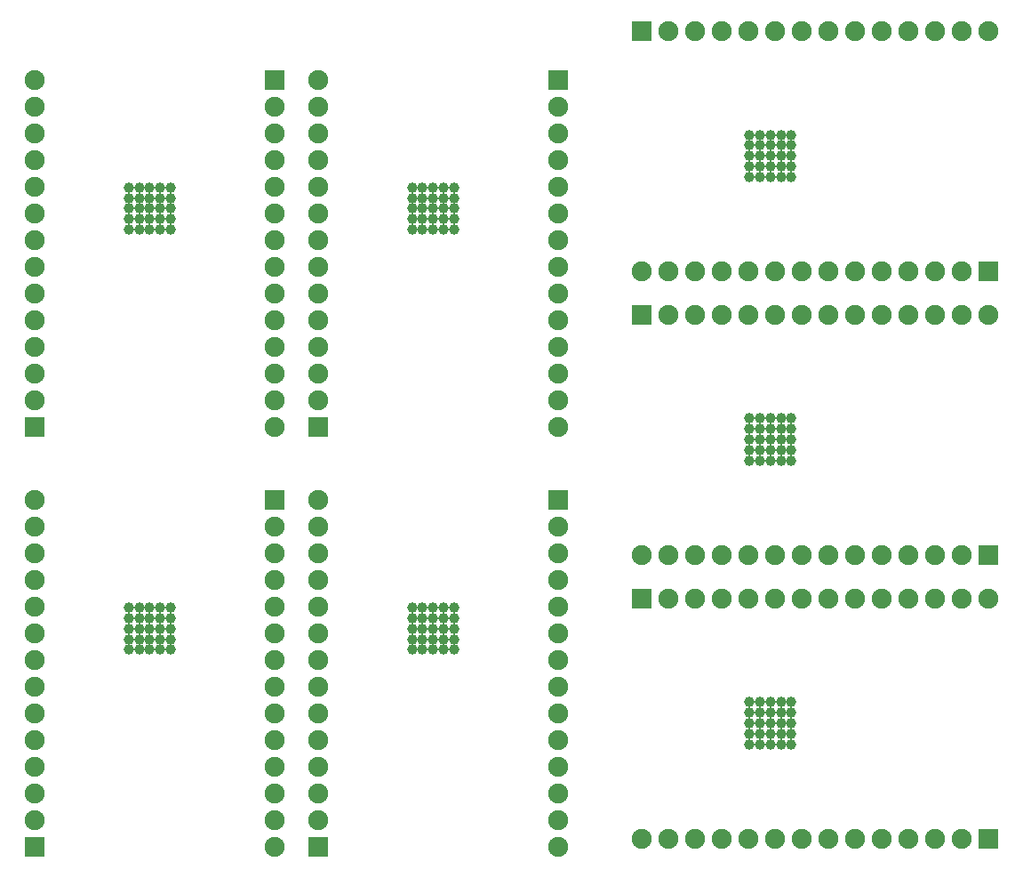
<source format=gbs>
G04 #@! TF.GenerationSoftware,KiCad,Pcbnew,no-vcs-found-91ed3e2~59~ubuntu16.04.1*
G04 #@! TF.CreationDate,2018-01-11T15:10:50+01:00*
G04 #@! TF.ProjectId,ESP32-wroover-adapter-pan,45535033322D77726F6F7665722D6164,rev?*
G04 #@! TF.SameCoordinates,Original*
G04 #@! TF.FileFunction,Soldermask,Bot*
G04 #@! TF.FilePolarity,Negative*
%FSLAX46Y46*%
G04 Gerber Fmt 4.6, Leading zero omitted, Abs format (unit mm)*
G04 Created by KiCad (PCBNEW no-vcs-found-91ed3e2~59~ubuntu16.04.1) date Thu Jan 11 15:10:50 2018*
%MOMM*%
%LPD*%
G01*
G04 APERTURE LIST*
%ADD10C,1.000000*%
%ADD11R,1.900000X1.900000*%
%ADD12O,1.900000X1.900000*%
G04 APERTURE END LIST*
D10*
X122076000Y-78561000D03*
X123076000Y-78561000D03*
X124076000Y-78561000D03*
X125076000Y-78561000D03*
X126076000Y-78561000D03*
X122076000Y-80561000D03*
X123076000Y-80561000D03*
X124076000Y-80561000D03*
X125076000Y-80561000D03*
X126076000Y-80561000D03*
X126076000Y-79561000D03*
X125076000Y-79561000D03*
X124076000Y-79561000D03*
X123076000Y-79561000D03*
X122076000Y-79561000D03*
X122076000Y-81561000D03*
X123076000Y-81561000D03*
X124076000Y-81561000D03*
X125076000Y-81561000D03*
X126076000Y-81561000D03*
X126076000Y-82561000D03*
X125076000Y-82561000D03*
X124076000Y-82561000D03*
X123076000Y-82561000D03*
X122076000Y-82561000D03*
D11*
X144858000Y-91542000D03*
D12*
X142318000Y-91542000D03*
X139778000Y-91542000D03*
X137238000Y-91542000D03*
X134698000Y-91542000D03*
X132158000Y-91542000D03*
X129618000Y-91542000D03*
X127078000Y-91542000D03*
X124538000Y-91542000D03*
X121998000Y-91542000D03*
X119458000Y-91542000D03*
X116918000Y-91542000D03*
X114378000Y-91542000D03*
X111838000Y-91542000D03*
X144858000Y-68682000D03*
X142318000Y-68682000D03*
X139778000Y-68682000D03*
X137238000Y-68682000D03*
X134698000Y-68682000D03*
X132158000Y-68682000D03*
X129618000Y-68682000D03*
X127078000Y-68682000D03*
X124538000Y-68682000D03*
X121998000Y-68682000D03*
X119458000Y-68682000D03*
X116918000Y-68682000D03*
X114378000Y-68682000D03*
D11*
X111838000Y-68682000D03*
X111838000Y-95682000D03*
D12*
X114378000Y-95682000D03*
X116918000Y-95682000D03*
X119458000Y-95682000D03*
X121998000Y-95682000D03*
X124538000Y-95682000D03*
X127078000Y-95682000D03*
X129618000Y-95682000D03*
X132158000Y-95682000D03*
X134698000Y-95682000D03*
X137238000Y-95682000D03*
X139778000Y-95682000D03*
X142318000Y-95682000D03*
X144858000Y-95682000D03*
X111838000Y-118542000D03*
X114378000Y-118542000D03*
X116918000Y-118542000D03*
X119458000Y-118542000D03*
X121998000Y-118542000D03*
X124538000Y-118542000D03*
X127078000Y-118542000D03*
X129618000Y-118542000D03*
X132158000Y-118542000D03*
X134698000Y-118542000D03*
X137238000Y-118542000D03*
X139778000Y-118542000D03*
X142318000Y-118542000D03*
D11*
X144858000Y-118542000D03*
D10*
X122076000Y-109561000D03*
X123076000Y-109561000D03*
X124076000Y-109561000D03*
X125076000Y-109561000D03*
X126076000Y-109561000D03*
X126076000Y-108561000D03*
X125076000Y-108561000D03*
X124076000Y-108561000D03*
X123076000Y-108561000D03*
X122076000Y-108561000D03*
X122076000Y-106561000D03*
X123076000Y-106561000D03*
X124076000Y-106561000D03*
X125076000Y-106561000D03*
X126076000Y-106561000D03*
X126076000Y-107561000D03*
X125076000Y-107561000D03*
X124076000Y-107561000D03*
X123076000Y-107561000D03*
X122076000Y-107561000D03*
X126076000Y-105561000D03*
X125076000Y-105561000D03*
X124076000Y-105561000D03*
X123076000Y-105561000D03*
X122076000Y-105561000D03*
X122076000Y-132561000D03*
X123076000Y-132561000D03*
X124076000Y-132561000D03*
X125076000Y-132561000D03*
X126076000Y-132561000D03*
X122076000Y-134561000D03*
X123076000Y-134561000D03*
X124076000Y-134561000D03*
X125076000Y-134561000D03*
X126076000Y-134561000D03*
X126076000Y-133561000D03*
X125076000Y-133561000D03*
X124076000Y-133561000D03*
X123076000Y-133561000D03*
X122076000Y-133561000D03*
X122076000Y-135561000D03*
X123076000Y-135561000D03*
X124076000Y-135561000D03*
X125076000Y-135561000D03*
X126076000Y-135561000D03*
X126076000Y-136561000D03*
X125076000Y-136561000D03*
X124076000Y-136561000D03*
X123076000Y-136561000D03*
X122076000Y-136561000D03*
D11*
X144858000Y-145542000D03*
D12*
X142318000Y-145542000D03*
X139778000Y-145542000D03*
X137238000Y-145542000D03*
X134698000Y-145542000D03*
X132158000Y-145542000D03*
X129618000Y-145542000D03*
X127078000Y-145542000D03*
X124538000Y-145542000D03*
X121998000Y-145542000D03*
X119458000Y-145542000D03*
X116918000Y-145542000D03*
X114378000Y-145542000D03*
X111838000Y-145542000D03*
X144858000Y-122682000D03*
X142318000Y-122682000D03*
X139778000Y-122682000D03*
X137238000Y-122682000D03*
X134698000Y-122682000D03*
X132158000Y-122682000D03*
X129618000Y-122682000D03*
X127078000Y-122682000D03*
X124538000Y-122682000D03*
X121998000Y-122682000D03*
X119458000Y-122682000D03*
X116918000Y-122682000D03*
X114378000Y-122682000D03*
D11*
X111838000Y-122682000D03*
D10*
X66939000Y-83576000D03*
X66939000Y-84576000D03*
X66939000Y-85576000D03*
X66939000Y-86576000D03*
X66939000Y-87576000D03*
X64939000Y-83576000D03*
X64939000Y-84576000D03*
X64939000Y-85576000D03*
X64939000Y-86576000D03*
X64939000Y-87576000D03*
X65939000Y-87576000D03*
X65939000Y-86576000D03*
X65939000Y-85576000D03*
X65939000Y-84576000D03*
X65939000Y-83576000D03*
X63939000Y-83576000D03*
X63939000Y-84576000D03*
X63939000Y-85576000D03*
X63939000Y-86576000D03*
X63939000Y-87576000D03*
X62939000Y-87576000D03*
X62939000Y-86576000D03*
X62939000Y-85576000D03*
X62939000Y-84576000D03*
X62939000Y-83576000D03*
D11*
X53958000Y-106358000D03*
D12*
X53958000Y-103818000D03*
X53958000Y-101278000D03*
X53958000Y-98738000D03*
X53958000Y-96198000D03*
X53958000Y-93658000D03*
X53958000Y-91118000D03*
X53958000Y-88578000D03*
X53958000Y-86038000D03*
X53958000Y-83498000D03*
X53958000Y-80958000D03*
X53958000Y-78418000D03*
X53958000Y-75878000D03*
X53958000Y-73338000D03*
X76818000Y-106358000D03*
X76818000Y-103818000D03*
X76818000Y-101278000D03*
X76818000Y-98738000D03*
X76818000Y-96198000D03*
X76818000Y-93658000D03*
X76818000Y-91118000D03*
X76818000Y-88578000D03*
X76818000Y-86038000D03*
X76818000Y-83498000D03*
X76818000Y-80958000D03*
X76818000Y-78418000D03*
X76818000Y-75878000D03*
D11*
X76818000Y-73338000D03*
X103818000Y-73338000D03*
D12*
X103818000Y-75878000D03*
X103818000Y-78418000D03*
X103818000Y-80958000D03*
X103818000Y-83498000D03*
X103818000Y-86038000D03*
X103818000Y-88578000D03*
X103818000Y-91118000D03*
X103818000Y-93658000D03*
X103818000Y-96198000D03*
X103818000Y-98738000D03*
X103818000Y-101278000D03*
X103818000Y-103818000D03*
X103818000Y-106358000D03*
X80958000Y-73338000D03*
X80958000Y-75878000D03*
X80958000Y-78418000D03*
X80958000Y-80958000D03*
X80958000Y-83498000D03*
X80958000Y-86038000D03*
X80958000Y-88578000D03*
X80958000Y-91118000D03*
X80958000Y-93658000D03*
X80958000Y-96198000D03*
X80958000Y-98738000D03*
X80958000Y-101278000D03*
X80958000Y-103818000D03*
D11*
X80958000Y-106358000D03*
D10*
X89939000Y-83576000D03*
X89939000Y-84576000D03*
X89939000Y-85576000D03*
X89939000Y-86576000D03*
X89939000Y-87576000D03*
X90939000Y-87576000D03*
X90939000Y-86576000D03*
X90939000Y-85576000D03*
X90939000Y-84576000D03*
X90939000Y-83576000D03*
X92939000Y-83576000D03*
X92939000Y-84576000D03*
X92939000Y-85576000D03*
X92939000Y-86576000D03*
X92939000Y-87576000D03*
X91939000Y-87576000D03*
X91939000Y-86576000D03*
X91939000Y-85576000D03*
X91939000Y-84576000D03*
X91939000Y-83576000D03*
X93939000Y-87576000D03*
X93939000Y-86576000D03*
X93939000Y-85576000D03*
X93939000Y-84576000D03*
X93939000Y-83576000D03*
X66939000Y-123576000D03*
X66939000Y-124576000D03*
X66939000Y-125576000D03*
X66939000Y-126576000D03*
X66939000Y-127576000D03*
X64939000Y-123576000D03*
X64939000Y-124576000D03*
X64939000Y-125576000D03*
X64939000Y-126576000D03*
X64939000Y-127576000D03*
X65939000Y-127576000D03*
X65939000Y-126576000D03*
X65939000Y-125576000D03*
X65939000Y-124576000D03*
X65939000Y-123576000D03*
X63939000Y-123576000D03*
X63939000Y-124576000D03*
X63939000Y-125576000D03*
X63939000Y-126576000D03*
X63939000Y-127576000D03*
X62939000Y-127576000D03*
X62939000Y-126576000D03*
X62939000Y-125576000D03*
X62939000Y-124576000D03*
X62939000Y-123576000D03*
D11*
X53958000Y-146358000D03*
D12*
X53958000Y-143818000D03*
X53958000Y-141278000D03*
X53958000Y-138738000D03*
X53958000Y-136198000D03*
X53958000Y-133658000D03*
X53958000Y-131118000D03*
X53958000Y-128578000D03*
X53958000Y-126038000D03*
X53958000Y-123498000D03*
X53958000Y-120958000D03*
X53958000Y-118418000D03*
X53958000Y-115878000D03*
X53958000Y-113338000D03*
X76818000Y-146358000D03*
X76818000Y-143818000D03*
X76818000Y-141278000D03*
X76818000Y-138738000D03*
X76818000Y-136198000D03*
X76818000Y-133658000D03*
X76818000Y-131118000D03*
X76818000Y-128578000D03*
X76818000Y-126038000D03*
X76818000Y-123498000D03*
X76818000Y-120958000D03*
X76818000Y-118418000D03*
X76818000Y-115878000D03*
D11*
X76818000Y-113338000D03*
X103818000Y-113338000D03*
D12*
X103818000Y-115878000D03*
X103818000Y-118418000D03*
X103818000Y-120958000D03*
X103818000Y-123498000D03*
X103818000Y-126038000D03*
X103818000Y-128578000D03*
X103818000Y-131118000D03*
X103818000Y-133658000D03*
X103818000Y-136198000D03*
X103818000Y-138738000D03*
X103818000Y-141278000D03*
X103818000Y-143818000D03*
X103818000Y-146358000D03*
X80958000Y-113338000D03*
X80958000Y-115878000D03*
X80958000Y-118418000D03*
X80958000Y-120958000D03*
X80958000Y-123498000D03*
X80958000Y-126038000D03*
X80958000Y-128578000D03*
X80958000Y-131118000D03*
X80958000Y-133658000D03*
X80958000Y-136198000D03*
X80958000Y-138738000D03*
X80958000Y-141278000D03*
X80958000Y-143818000D03*
D11*
X80958000Y-146358000D03*
D10*
X89939000Y-123576000D03*
X89939000Y-124576000D03*
X89939000Y-125576000D03*
X89939000Y-126576000D03*
X89939000Y-127576000D03*
X90939000Y-127576000D03*
X90939000Y-126576000D03*
X90939000Y-125576000D03*
X90939000Y-124576000D03*
X90939000Y-123576000D03*
X92939000Y-123576000D03*
X92939000Y-124576000D03*
X92939000Y-125576000D03*
X92939000Y-126576000D03*
X92939000Y-127576000D03*
X91939000Y-127576000D03*
X91939000Y-126576000D03*
X91939000Y-125576000D03*
X91939000Y-124576000D03*
X91939000Y-123576000D03*
X93939000Y-127576000D03*
X93939000Y-126576000D03*
X93939000Y-125576000D03*
X93939000Y-124576000D03*
X93939000Y-123576000D03*
M02*

</source>
